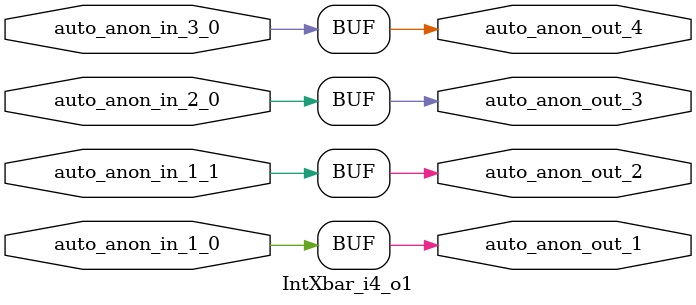
<source format=sv>
module IntXbar_i4_o1(	// @[generators/rocket-chip/src/main/scala/interrupts/Xbar.scala:22:9]
  input  auto_anon_in_3_0,	// @[generators/diplomacy/diplomacy/src/diplomacy/lazymodule/LazyModuleImp.scala:106:25]
  input  auto_anon_in_2_0,	// @[generators/diplomacy/diplomacy/src/diplomacy/lazymodule/LazyModuleImp.scala:106:25]
  input  auto_anon_in_1_0,	// @[generators/diplomacy/diplomacy/src/diplomacy/lazymodule/LazyModuleImp.scala:106:25]
  input  auto_anon_in_1_1,	// @[generators/diplomacy/diplomacy/src/diplomacy/lazymodule/LazyModuleImp.scala:106:25]
  output auto_anon_out_1,	// @[generators/diplomacy/diplomacy/src/diplomacy/lazymodule/LazyModuleImp.scala:106:25]
  output auto_anon_out_2,	// @[generators/diplomacy/diplomacy/src/diplomacy/lazymodule/LazyModuleImp.scala:106:25]
  output auto_anon_out_3,	// @[generators/diplomacy/diplomacy/src/diplomacy/lazymodule/LazyModuleImp.scala:106:25]
  output auto_anon_out_4	// @[generators/diplomacy/diplomacy/src/diplomacy/lazymodule/LazyModuleImp.scala:106:25]
);

  assign auto_anon_out_1 = auto_anon_in_1_0;	// @[generators/rocket-chip/src/main/scala/interrupts/Xbar.scala:22:9]
  assign auto_anon_out_2 = auto_anon_in_1_1;	// @[generators/rocket-chip/src/main/scala/interrupts/Xbar.scala:22:9]
  assign auto_anon_out_3 = auto_anon_in_2_0;	// @[generators/rocket-chip/src/main/scala/interrupts/Xbar.scala:22:9]
  assign auto_anon_out_4 = auto_anon_in_3_0;	// @[generators/rocket-chip/src/main/scala/interrupts/Xbar.scala:22:9]
endmodule


</source>
